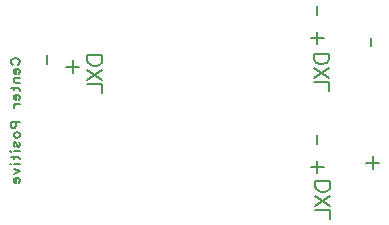
<source format=gbo>
G04 DipTrace 3.2.0.1*
G04 DynamixelMUX.gbo*
%MOIN*%
G04 #@! TF.FileFunction,Legend,Bot*
G04 #@! TF.Part,Single*
%ADD35C,0.007008*%
%ADD36C,0.007*%
%FSLAX26Y26*%
G04*
G70*
G90*
G75*
G01*
G04 BotSilk*
%LPD*%
X1660103Y716978D2*
D35*
Y673923D1*
X1681602Y695423D2*
X1638547D1*
X1654381Y1111283D2*
Y1083649D1*
X461099Y1021992D2*
D36*
X458247Y1023418D1*
X455362Y1026303D1*
X453936Y1029155D1*
Y1034892D1*
X455362Y1037777D1*
X458247Y1040629D1*
X461099Y1042088D1*
X465410Y1043514D1*
X472606D1*
X476884Y1042088D1*
X479769Y1040629D1*
X482621Y1037777D1*
X484080Y1034892D1*
Y1029155D1*
X482621Y1026303D1*
X479769Y1023418D1*
X476884Y1021992D1*
X472606Y1007992D2*
Y990782D1*
X469721D1*
X466836Y992207D1*
X465410Y993633D1*
X463984Y996518D1*
Y1000830D1*
X465410Y1003681D1*
X468295Y1006566D1*
X472606Y1007992D1*
X475458D1*
X479769Y1006566D1*
X482621Y1003681D1*
X484080Y1000830D1*
Y996518D1*
X482621Y993633D1*
X479769Y990782D1*
X463984Y976782D2*
X484080D1*
X469721D2*
X465410Y972470D1*
X463984Y969585D1*
Y965308D1*
X465410Y962422D1*
X469721Y960997D1*
X484080D1*
X453936Y942686D2*
X478343D1*
X482621Y941260D1*
X484080Y938374D1*
Y935523D1*
X463984Y946997D2*
Y936949D1*
X472606Y921523D2*
Y904312D1*
X469721D1*
X466836Y905738D1*
X465410Y907164D1*
X463984Y910049D1*
Y914360D1*
X465410Y917212D1*
X468295Y920097D1*
X472606Y921523D1*
X475458D1*
X479769Y920097D1*
X482621Y917212D1*
X484080Y914360D1*
Y910049D1*
X482621Y907164D1*
X479769Y904312D1*
X463984Y890312D2*
X484080D1*
X472606D2*
X468295Y888853D1*
X465410Y886001D1*
X463984Y883116D1*
Y878805D1*
X469721Y830907D2*
Y817974D1*
X468295Y813697D1*
X466836Y812237D1*
X463984Y810811D1*
X459673D1*
X456821Y812237D1*
X455362Y813697D1*
X453936Y817974D1*
Y830907D1*
X484080D1*
X463984Y789649D2*
X465410Y792500D1*
X468295Y795386D1*
X472606Y796811D1*
X475458D1*
X479769Y795386D1*
X482621Y792500D1*
X484080Y789649D1*
Y785338D1*
X482621Y782452D1*
X479769Y779601D1*
X475458Y778141D1*
X472606D1*
X468295Y779601D1*
X465410Y782452D1*
X463984Y785338D1*
Y789649D1*
X468295Y748356D2*
X465410Y749782D1*
X463984Y754093D1*
Y758404D1*
X465410Y762715D1*
X468295Y764141D1*
X471147Y762715D1*
X472606Y759830D1*
X474032Y752667D1*
X475458Y749782D1*
X478343Y748356D1*
X479769D1*
X482621Y749782D1*
X484080Y754093D1*
Y758404D1*
X482621Y762715D1*
X479769Y764141D1*
X453936Y734356D2*
X455362Y732931D1*
X453936Y731471D1*
X452477Y732931D1*
X453936Y734356D1*
X463984Y732931D2*
X484080D1*
X453936Y713160D2*
X478343D1*
X482621Y711734D1*
X484080Y708849D1*
Y705997D1*
X463984Y717471D2*
Y707423D1*
X453936Y691997D2*
X455362Y690572D1*
X453936Y689112D1*
X452477Y690572D1*
X453936Y691997D1*
X463984Y690572D2*
X484080Y690571D1*
X463984Y675112D2*
X484080Y666490D1*
X463984Y657902D1*
X472606Y643902D2*
Y626691D1*
X469721D1*
X466836Y628117D1*
X465410Y629543D1*
X463984Y632428D1*
Y636739D1*
X465410Y639591D1*
X468295Y642476D1*
X472606Y643902D1*
X475458D1*
X479769Y642476D1*
X482621Y639590D1*
X484080Y636739D1*
Y632428D1*
X482621Y629543D1*
X479769Y626691D1*
X1475103Y701978D2*
D35*
Y658923D1*
X1496602Y680423D2*
X1453547D1*
X1475103Y1131978D2*
Y1088923D1*
X1496602Y1110423D2*
X1453547D1*
X1474381Y1216283D2*
Y1188649D1*
Y786283D2*
Y758649D1*
X1464233Y1057352D2*
X1514473D1*
Y1040605D1*
X1512041Y1033420D1*
X1507288Y1028611D1*
X1502480Y1026235D1*
X1495350Y1023858D1*
X1483356D1*
X1476171Y1026235D1*
X1471418Y1028611D1*
X1466610Y1033420D1*
X1464233Y1040605D1*
Y1057352D1*
Y1009843D2*
X1514473Y976349D1*
X1464233D2*
X1514473Y1009842D1*
X1464233Y962334D2*
X1514473Y962333D1*
Y933649D1*
X1469233Y632352D2*
X1519473D1*
Y615605D1*
X1517041Y608420D1*
X1512288Y603611D1*
X1507480Y601235D1*
X1500350Y598858D1*
X1488356D1*
X1481171Y601235D1*
X1476418Y603611D1*
X1471610Y608420D1*
X1469233Y615605D1*
Y632352D1*
Y584843D2*
X1519473Y551349D1*
X1469233D2*
X1519473Y584842D1*
X1469233Y537334D2*
X1519473Y537333D1*
Y508649D1*
X709233Y1052352D2*
X759473D1*
Y1035605D1*
X757041Y1028420D1*
X752288Y1023611D1*
X747480Y1021235D1*
X740350Y1018858D1*
X728356D1*
X721171Y1021235D1*
X716418Y1023611D1*
X711610Y1028420D1*
X709233Y1035605D1*
Y1052352D1*
Y1004843D2*
X759473Y971349D1*
X709233D2*
X759473Y1004842D1*
X709233Y957334D2*
X759473Y957333D1*
Y928649D1*
X660103Y1035633D2*
Y992578D1*
X681602Y1014078D2*
X638547D1*
X574381Y1052352D2*
Y1024717D1*
M02*

</source>
